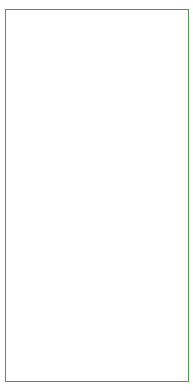
<source format=gbr>
G04 #@! TF.GenerationSoftware,KiCad,Pcbnew,(5.1.4)-1*
G04 #@! TF.CreationDate,2022-03-07T20:56:38-05:00*
G04 #@! TF.ProjectId,MB7074_to_MB7072,4d423730-3734-45f7-946f-5f4d42373037,rev?*
G04 #@! TF.SameCoordinates,Original*
G04 #@! TF.FileFunction,Profile,NP*
%FSLAX46Y46*%
G04 Gerber Fmt 4.6, Leading zero omitted, Abs format (unit mm)*
G04 Created by KiCad (PCBNEW (5.1.4)-1) date 2022-03-07 20:56:38*
%MOMM*%
%LPD*%
G04 APERTURE LIST*
%ADD10C,0.050000*%
G04 APERTURE END LIST*
D10*
X84750000Y-58750000D02*
X69250000Y-58750000D01*
X84750000Y-90250000D02*
X69250000Y-90250000D01*
X84750000Y-58750000D02*
X84750000Y-90250000D01*
X69250000Y-58750000D02*
X69250000Y-90250000D01*
M02*

</source>
